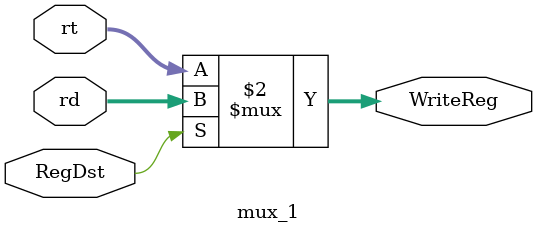
<source format=v>
module mux_1( input [4:0]rt, input [4:0]rd, input RegDst, output [4:0]WriteReg);
	
	  assign WriteReg = (RegDst == 0) ? rt : rd;
	  
endmodule 
</source>
